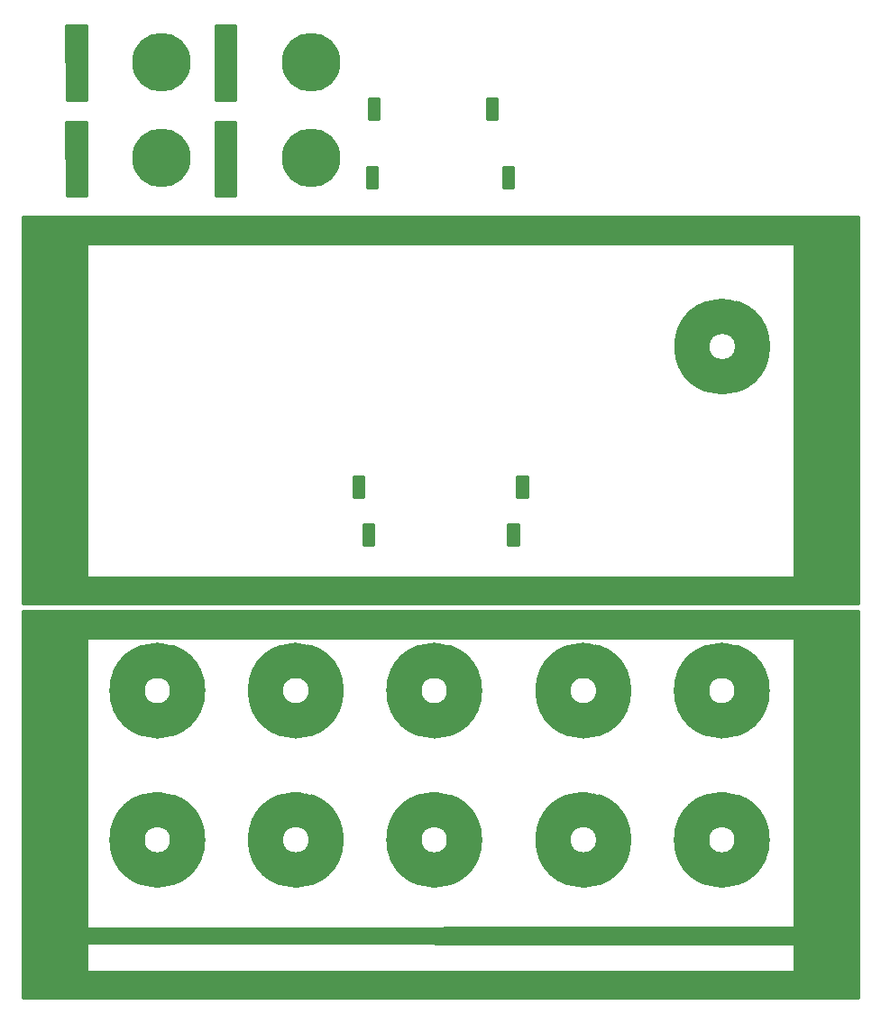
<source format=gts>
%MOIN*%
%OFA0B0*%
%FSLAX46Y46*%
%IPPOS*%
%LPD*%
%ADD10C,0.005905511811023622*%
%ADD11C,0.027559055118110236*%
%ADD12C,0.053149606299212608*%
%ADD13C,0.11811023622047245*%
%ADD14C,0.01*%
%ADD25C,0.005905511811023622*%
%ADD26C,0.027559055118110236*%
%ADD27C,0.053149606299212608*%
%ADD28C,0.11811023622047245*%
%ADD29C,0.01*%
%ADD40C,0.005905511811023622*%
%ADD41C,0.21653543307086615*%
%ADD42C,0.01*%
%ADD53C,0.005905511811023622*%
%ADD54C,0.21653543307086615*%
%ADD55C,0.01*%
%ADD66C,0.005905511811023622*%
%ADD67C,0.21653543307086615*%
%ADD68C,0.01*%
%ADD79C,0.005905511811023622*%
%ADD80C,0.21653543307086615*%
%ADD81C,0.01*%
%ADD92C,0.005905511811023622*%
%ADD93C,0.01*%
%ADD104C,0.005905511811023622*%
%ADD105C,0.01*%
%LPD*%
G01G01G01G01G01G01G01G01*
D10*
D11*
X0002666141Y0000643699D02*
X0002666141Y0000487401D01*
D12*
X0002701967Y0000565748D02*
G75*
G03G03G03G03X0002701967Y0000565748I-0000150787D01X0002701967Y0000565748I-0000150787D01X0002701967Y0000565748I-0000150787D01G03G03X0002701967Y0000565748I-0000150787D01G03G03X0002701967Y0000565748I-0000150787D01X0002701967Y0000565748I-0000150787D01X0002701967Y0000565748I-0000150787D01X0002701967Y0000565748I-0000150787D01*
G01G01G01G01G01G01G01G01*
D13*
X0002655905Y0000565748D02*
G75*
G03G03G03G03X0002655905Y0000565748I-0000104724D01X0002655905Y0000565748I-0000104724D01X0002655905Y0000565748I-0000104724D01G03G03X0002655905Y0000565748I-0000104724D01G03G03X0002655905Y0000565748I-0000104724D01X0002655905Y0000565748I-0000104724D01X0002655905Y0000565748I-0000104724D01X0002655905Y0000565748I-0000104724D01*
G01G01G01G01G01G01G01G01*
D11*
X0002154330Y0000643699D02*
X0002154330Y0000487401D01*
D12*
X0002190157Y0000565748D02*
G75*
G03G03G03G03X0002190157Y0000565748I-0000150787D01X0002190157Y0000565748I-0000150787D01X0002190157Y0000565748I-0000150787D01G03G03X0002190157Y0000565748I-0000150787D01G03G03X0002190157Y0000565748I-0000150787D01X0002190157Y0000565748I-0000150787D01X0002190157Y0000565748I-0000150787D01X0002190157Y0000565748I-0000150787D01*
G01G01G01G01G01G01G01G01*
D13*
X0002144094Y0000565748D02*
G75*
G03G03G03G03X0002144094Y0000565748I-0000104724D01X0002144094Y0000565748I-0000104724D01X0002144094Y0000565748I-0000104724D01G03G03X0002144094Y0000565748I-0000104724D01G03G03X0002144094Y0000565748I-0000104724D01X0002144094Y0000565748I-0000104724D01X0002144094Y0000565748I-0000104724D01X0002144094Y0000565748I-0000104724D01*
G01G01G01G01G01G01G01G01*
D11*
X0002666141Y0001194881D02*
X0002666141Y0001038581D01*
D12*
X0002701967Y0001116929D02*
G75*
G03G03G03G03X0002701967Y0001116929I-0000150787D01X0002701967Y0001116929I-0000150787D01X0002701967Y0001116929I-0000150787D01G03G03X0002701967Y0001116929I-0000150787D01G03G03X0002701967Y0001116929I-0000150787D01X0002701967Y0001116929I-0000150787D01X0002701967Y0001116929I-0000150787D01X0002701967Y0001116929I-0000150787D01*
G01G01G01G01G01G01G01G01*
D13*
X0002655905Y0001116929D02*
G75*
G03G03G03G03X0002655905Y0001116929I-0000104724D01X0002655905Y0001116929I-0000104724D01X0002655905Y0001116929I-0000104724D01G03G03X0002655905Y0001116929I-0000104724D01G03G03X0002655905Y0001116929I-0000104724D01X0002655905Y0001116929I-0000104724D01X0002655905Y0001116929I-0000104724D01X0002655905Y0001116929I-0000104724D01*
G01G01G01G01G01G01G01G01*
D11*
X0002154330Y0001194881D02*
X0002154330Y0001038581D01*
D12*
X0002190157Y0001116929D02*
G75*
G03G03G03G03X0002190157Y0001116929I-0000150787D01X0002190157Y0001116929I-0000150787D01X0002190157Y0001116929I-0000150787D01G03G03X0002190157Y0001116929I-0000150787D01G03G03X0002190157Y0001116929I-0000150787D01X0002190157Y0001116929I-0000150787D01X0002190157Y0001116929I-0000150787D01X0002190157Y0001116929I-0000150787D01*
G01G01G01G01G01G01G01G01*
D13*
X0002144094Y0001116929D02*
G75*
G03G03G03G03X0002144094Y0001116929I-0000104724D01X0002144094Y0001116929I-0000104724D01X0002144094Y0001116929I-0000104724D01G03G03X0002144094Y0001116929I-0000104724D01G03G03X0002144094Y0001116929I-0000104724D01X0002144094Y0001116929I-0000104724D01X0002144094Y0001116929I-0000104724D01X0002144094Y0001116929I-0000104724D01*
G01G01G01G01G01G01G01G01*
D11*
X0001603149Y0000643699D02*
X0001603149Y0000487401D01*
D12*
X0001638976Y0000565748D02*
G75*
G03G03G03G03X0001638976Y0000565748I-0000150787D01X0001638976Y0000565748I-0000150787D01X0001638976Y0000565748I-0000150787D01G03G03X0001638976Y0000565748I-0000150787D01G03G03X0001638976Y0000565748I-0000150787D01X0001638976Y0000565748I-0000150787D01X0001638976Y0000565748I-0000150787D01X0001638976Y0000565748I-0000150787D01*
G01G01G01G01G01G01G01G01*
D13*
X0001592913Y0000565748D02*
G75*
G03G03G03G03X0001592913Y0000565748I-0000104724D01X0001592913Y0000565748I-0000104724D01X0001592913Y0000565748I-0000104724D01G03G03X0001592913Y0000565748I-0000104724D01G03G03X0001592913Y0000565748I-0000104724D01X0001592913Y0000565748I-0000104724D01X0001592913Y0000565748I-0000104724D01X0001592913Y0000565748I-0000104724D01*
G01G01G01G01G01G01G01G01*
D11*
X0001091338Y0000643699D02*
X0001091338Y0000487401D01*
D12*
X0001127165Y0000565748D02*
G75*
G03G03G03G03X0001127165Y0000565748I-0000150787D01X0001127165Y0000565748I-0000150787D01X0001127165Y0000565748I-0000150787D01G03G03X0001127165Y0000565748I-0000150787D01G03G03X0001127165Y0000565748I-0000150787D01X0001127165Y0000565748I-0000150787D01X0001127165Y0000565748I-0000150787D01X0001127165Y0000565748I-0000150787D01*
G01G01G01G01G01G01G01G01*
D13*
X0001081102Y0000565748D02*
G75*
G03G03G03G03X0001081102Y0000565748I-0000104724D01X0001081102Y0000565748I-0000104724D01X0001081102Y0000565748I-0000104724D01G03G03X0001081102Y0000565748I-0000104724D01G03G03X0001081102Y0000565748I-0000104724D01X0001081102Y0000565748I-0000104724D01X0001081102Y0000565748I-0000104724D01X0001081102Y0000565748I-0000104724D01*
G01G01G01G01G01G01G01G01*
D11*
X0000579527Y0000643699D02*
X0000579527Y0000487401D01*
D12*
X0000615354Y0000565748D02*
G75*
G03G03G03G03X0000615354Y0000565748I-0000150787D01X0000615354Y0000565748I-0000150787D01X0000615354Y0000565748I-0000150787D01G03G03X0000615354Y0000565748I-0000150787D01G03G03X0000615354Y0000565748I-0000150787D01X0000615354Y0000565748I-0000150787D01X0000615354Y0000565748I-0000150787D01X0000615354Y0000565748I-0000150787D01*
G01G01G01G01G01G01G01G01*
D13*
X0000569291Y0000565748D02*
G75*
G03G03G03G03X0000569291Y0000565748I-0000104724D01X0000569291Y0000565748I-0000104724D01X0000569291Y0000565748I-0000104724D01G03G03X0000569291Y0000565748I-0000104724D01G03G03X0000569291Y0000565748I-0000104724D01X0000569291Y0000565748I-0000104724D01X0000569291Y0000565748I-0000104724D01X0000569291Y0000565748I-0000104724D01*
G01G01G01G01G01G01G01G01*
D11*
X0001603149Y0001194881D02*
X0001603149Y0001038581D01*
D12*
X0001638976Y0001116929D02*
G75*
G03G03G03G03X0001638976Y0001116929I-0000150787D01X0001638976Y0001116929I-0000150787D01X0001638976Y0001116929I-0000150787D01G03G03X0001638976Y0001116929I-0000150787D01G03G03X0001638976Y0001116929I-0000150787D01X0001638976Y0001116929I-0000150787D01X0001638976Y0001116929I-0000150787D01X0001638976Y0001116929I-0000150787D01*
G01G01G01G01G01G01G01G01*
D13*
X0001592913Y0001116929D02*
G75*
G03G03G03G03X0001592913Y0001116929I-0000104724D01X0001592913Y0001116929I-0000104724D01X0001592913Y0001116929I-0000104724D01G03G03X0001592913Y0001116929I-0000104724D01G03G03X0001592913Y0001116929I-0000104724D01X0001592913Y0001116929I-0000104724D01X0001592913Y0001116929I-0000104724D01X0001592913Y0001116929I-0000104724D01*
G01G01G01G01G01G01G01G01*
D11*
X0001091338Y0001194881D02*
X0001091338Y0001038581D01*
D12*
X0001127165Y0001116929D02*
G75*
G03G03G03G03X0001127165Y0001116929I-0000150787D01X0001127165Y0001116929I-0000150787D01X0001127165Y0001116929I-0000150787D01G03G03X0001127165Y0001116929I-0000150787D01G03G03X0001127165Y0001116929I-0000150787D01X0001127165Y0001116929I-0000150787D01X0001127165Y0001116929I-0000150787D01X0001127165Y0001116929I-0000150787D01*
G01G01G01G01G01G01G01G01*
D13*
X0001081102Y0001116929D02*
G75*
G03G03G03G03X0001081102Y0001116929I-0000104724D01X0001081102Y0001116929I-0000104724D01X0001081102Y0001116929I-0000104724D01G03G03X0001081102Y0001116929I-0000104724D01G03G03X0001081102Y0001116929I-0000104724D01X0001081102Y0001116929I-0000104724D01X0001081102Y0001116929I-0000104724D01X0001081102Y0001116929I-0000104724D01*
G01G01G01G01G01G01G01G01*
D11*
X0000579527Y0001194881D02*
X0000579527Y0001038581D01*
D12*
X0000615354Y0001116929D02*
G75*
G03G03G03G03X0000615354Y0001116929I-0000150787D01X0000615354Y0001116929I-0000150787D01X0000615354Y0001116929I-0000150787D01G03G03X0000615354Y0001116929I-0000150787D01G03G03X0000615354Y0001116929I-0000150787D01X0000615354Y0001116929I-0000150787D01X0000615354Y0001116929I-0000150787D01X0000615354Y0001116929I-0000150787D01*
G01G01G01G01G01G01G01G01*
D13*
X0000569291Y0001116929D02*
G75*
G03G03G03G03X0000569291Y0001116929I-0000104724D01X0000569291Y0001116929I-0000104724D01X0000569291Y0001116929I-0000104724D01G03G03X0000569291Y0001116929I-0000104724D01G03G03X0000569291Y0001116929I-0000104724D01X0000569291Y0001116929I-0000104724D01X0000569291Y0001116929I-0000104724D01X0000569291Y0001116929I-0000104724D01*
G01G01G01G01G01G01G01G01*
D14*
G36*
X0002904520Y0001411142D02*
X0002905950Y0001312477D01*
X0000104518Y0001310908D01*
X0000102727Y0001411534D01*
X0002904520Y0001411142D01*
X0002904520Y0001411142D01*
G37*
X0002904520Y0001411142D02*
X0002905950Y0001312477D01*
X0000104518Y0001310908D01*
X0000102727Y0001411534D01*
X0002904520Y0001411142D01*
G36*
X0002896178Y0000079186D02*
X0002896929Y-0000018231D01*
X0000095495Y-0000019800D01*
X0000094385Y0000079578D01*
X0002896178Y0000079186D01*
X0002896178Y0000079186D01*
G37*
X0002896178Y0000079186D02*
X0002896929Y-0000018231D01*
X0000095495Y-0000019800D01*
X0000094385Y0000079578D01*
X0002896178Y0000079186D01*
G36*
X0003057992Y-0000019803D02*
X0002819960Y-0000019803D01*
X0002819960Y0001411141D01*
X0003057992Y0001411141D01*
X0003057992Y-0000019803D01*
X0003057992Y-0000019803D01*
G37*
X0003057992Y-0000019803D02*
X0002819960Y-0000019803D01*
X0002819960Y0001411141D01*
X0003057992Y0001411141D01*
X0003057992Y-0000019803D01*
G36*
X0000203661Y-0000018498D02*
X-0000034370Y-0000018498D01*
X-0000034370Y0001412446D01*
X0000203661Y0001412446D01*
X0000203661Y-0000018498D01*
X0000203661Y-0000018498D01*
G37*
X0000203661Y-0000018498D02*
X-0000034370Y-0000018498D01*
X-0000034370Y0001412446D01*
X0000203661Y0001412446D01*
X0000203661Y-0000018498D01*
G36*
X0002812584Y0000183346D02*
X0000185285Y0000183739D01*
X0000184951Y0000239882D01*
X0002832341Y0000240274D01*
X0002812584Y0000183346D01*
X0002812584Y0000183346D01*
G37*
X0002812584Y0000183346D02*
X0000185285Y0000183739D01*
X0000184951Y0000239882D01*
X0002832341Y0000240274D01*
X0002812584Y0000183346D01*
G01G01G01G01G01G01G01G01*
D25*
D26*
X0002667519Y0002465913D02*
X0002667519Y0002309614D01*
D27*
X0002703345Y0002387960D02*
G75*
G03G03G03G03X0002703345Y0002387960I-0000150787D01X0002703345Y0002387960I-0000150787D01X0002703345Y0002387960I-0000150787D01G03G03X0002703345Y0002387960I-0000150787D01G03G03X0002703345Y0002387960I-0000150787D01X0002703345Y0002387960I-0000150787D01X0002703345Y0002387960I-0000150787D01X0002703345Y0002387960I-0000150787D01*
G01G01G01G01G01G01G01G01*
D28*
X0002657283Y0002387960D02*
G75*
G03G03G03G03X0002657283Y0002387960I-0000104724D01X0002657283Y0002387960I-0000104724D01X0002657283Y0002387960I-0000104724D01G03G03X0002657283Y0002387960I-0000104724D01G03G03X0002657283Y0002387960I-0000104724D01X0002657283Y0002387960I-0000104724D01X0002657283Y0002387960I-0000104724D01X0002657283Y0002387960I-0000104724D01*
G01G01G01G01G01G01G01G01*
D29*
G36*
X0002904520Y0002867835D02*
X0002905950Y0002769170D01*
X0000104518Y0002767601D01*
X0000102727Y0002868227D01*
X0002904520Y0002867835D01*
X0002904520Y0002867835D01*
G37*
X0002904520Y0002867835D02*
X0002905950Y0002769170D01*
X0000104518Y0002767601D01*
X0000102727Y0002868227D01*
X0002904520Y0002867835D01*
G36*
X0002896178Y0001535879D02*
X0002896929Y0001438461D01*
X0000095495Y0001436892D01*
X0000094385Y0001536271D01*
X0002896178Y0001535879D01*
X0002896178Y0001535879D01*
G37*
X0002896178Y0001535879D02*
X0002896929Y0001438461D01*
X0000095495Y0001436892D01*
X0000094385Y0001536271D01*
X0002896178Y0001535879D01*
G36*
X0003057992Y0001436889D02*
X0002819960Y0001436889D01*
X0002819960Y0002867834D01*
X0003057992Y0002867834D01*
X0003057992Y0001436889D01*
X0003057992Y0001436889D01*
G37*
X0003057992Y0001436889D02*
X0002819960Y0001436889D01*
X0002819960Y0002867834D01*
X0003057992Y0002867834D01*
X0003057992Y0001436889D01*
G36*
X0000203661Y0001438194D02*
X-0000034370Y0001438194D01*
X-0000034370Y0002869139D01*
X0000203661Y0002869139D01*
X0000203661Y0001438194D01*
X0000203661Y0001438194D01*
G37*
X0000203661Y0001438194D02*
X-0000034370Y0001438194D01*
X-0000034370Y0002869139D01*
X0000203661Y0002869139D01*
X0000203661Y0001438194D01*
G36*
X0001262716Y0001654606D02*
X0001225472Y0001654606D01*
X0001225472Y0001731219D01*
X0001262716Y0001731219D01*
X0001262716Y0001654606D01*
X0001262716Y0001654606D01*
G37*
X0001262716Y0001654606D02*
X0001225472Y0001654606D01*
X0001225472Y0001731219D01*
X0001262716Y0001731219D01*
X0001262716Y0001654606D01*
G36*
X0001798149Y0001654606D02*
X0001760905Y0001654606D01*
X0001760905Y0001731219D01*
X0001798149Y0001731219D01*
X0001798149Y0001654606D01*
X0001798149Y0001654606D01*
G37*
X0001798149Y0001654606D02*
X0001760905Y0001654606D01*
X0001760905Y0001731219D01*
X0001798149Y0001731219D01*
X0001798149Y0001654606D01*
G36*
X0001831535Y0001831771D02*
X0001794291Y0001831771D01*
X0001794291Y0001908385D01*
X0001831535Y0001908385D01*
X0001831535Y0001831771D01*
X0001831535Y0001831771D01*
G37*
X0001831535Y0001831771D02*
X0001794291Y0001831771D01*
X0001794291Y0001908385D01*
X0001831535Y0001908385D01*
X0001831535Y0001831771D01*
G36*
X0001225587Y0001831771D02*
X0001188343Y0001831771D01*
X0001188343Y0001908385D01*
X0001225587Y0001908385D01*
X0001225587Y0001831771D01*
X0001225587Y0001831771D01*
G37*
X0001225587Y0001831771D02*
X0001188343Y0001831771D01*
X0001188343Y0001908385D01*
X0001225587Y0001908385D01*
X0001225587Y0001831771D01*
G01G01G01G01G01G01G01G01*
D40*
D41*
X0000118110Y0003228346D02*
X0000480708Y0003083464D03*
D42*
G36*
X0000203119Y0002944131D02*
X0000128080Y0002944131D01*
X0000127318Y0003219959D01*
X0000202359Y0003219959D01*
X0000203119Y0002944131D01*
X0000203119Y0002944131D01*
G37*
X0000203119Y0002944131D02*
X0000128080Y0002944131D01*
X0000127318Y0003219959D01*
X0000202359Y0003219959D01*
X0000203119Y0002944131D01*
G01G01G01G01G01G01G01G01*
D53*
D54*
X0000118110Y0003582677D02*
X0000480708Y0003437795D03*
D55*
G36*
X0000203119Y0003298463D02*
X0000128080Y0003298463D01*
X0000127318Y0003574290D01*
X0000202359Y0003574290D01*
X0000203119Y0003298463D01*
X0000203119Y0003298463D01*
G37*
X0000203119Y0003298463D02*
X0000128080Y0003298463D01*
X0000127318Y0003574290D01*
X0000202359Y0003574290D01*
X0000203119Y0003298463D01*
G04 next file*
G01G01G01G01G01G01G01G01*
D66*
D67*
X0000669291Y0003228346D02*
X0001031889Y0003083464D03*
D68*
G36*
X0000754300Y0002944131D02*
X0000679261Y0002944131D01*
X0000678501Y0003219959D01*
X0000753540Y0003219959D01*
X0000754300Y0002944131D01*
X0000754300Y0002944131D01*
G37*
X0000754300Y0002944131D02*
X0000679261Y0002944131D01*
X0000678501Y0003219959D01*
X0000753540Y0003219959D01*
X0000754300Y0002944131D01*
G01G01G01G01G01G01G01G01*
D79*
D80*
X0000669291Y0003582677D02*
X0001031889Y0003437795D03*
D81*
G36*
X0000754300Y0003298463D02*
X0000679261Y0003298463D01*
X0000678501Y0003574290D01*
X0000753540Y0003574290D01*
X0000754300Y0003298463D01*
X0000754300Y0003298463D01*
G37*
X0000754300Y0003298463D02*
X0000679261Y0003298463D01*
X0000678501Y0003574290D01*
X0000753540Y0003574290D01*
X0000754300Y0003298463D01*
G04 next file*
G01G01G01G01G01G01G01G01*
D92*
D93*
G36*
X0001276496Y0002973503D02*
X0001239251Y0002973503D01*
X0001239251Y0003050118D01*
X0001276496Y0003050118D01*
X0001276496Y0002973503D01*
X0001276496Y0002973503D01*
G37*
X0001276496Y0002973503D02*
X0001239251Y0002973503D01*
X0001239251Y0003050118D01*
X0001276496Y0003050118D01*
X0001276496Y0002973503D01*
G36*
X0001780433Y0002973503D02*
X0001743188Y0002973503D01*
X0001743188Y0003050118D01*
X0001780433Y0003050118D01*
X0001780433Y0002973503D01*
X0001780433Y0002973503D01*
G37*
X0001780433Y0002973503D02*
X0001743188Y0002973503D01*
X0001743188Y0003050118D01*
X0001780433Y0003050118D01*
X0001780433Y0002973503D01*
G04 next file*
G04 #@! TF.FileFunction,Soldermask,Top*
G04 Gerber Fmt 4.6, Leading zero omitted, Abs format (unit mm)*
G04 Created by KiCad (PCBNEW (2016-07-22 BZR 6991, Git 146a78a)-product) date 08/19/16 17:37:13*
G01G01G01G01G01G01G01G01*
G04 APERTURE LIST*
G04 APERTURE END LIST*
D104*
D105*
G36*
X0001247125Y0003304055D02*
X0001284368Y0003304055D01*
X0001284368Y0003227440D01*
X0001247125Y0003227440D01*
X0001247125Y0003304055D01*
X0001247125Y0003304055D01*
G37*
X0001247125Y0003304055D02*
X0001284368Y0003304055D01*
X0001284368Y0003227440D01*
X0001247125Y0003227440D01*
X0001247125Y0003304055D01*
G36*
X0001682165Y0003304055D02*
X0001719409Y0003304055D01*
X0001719409Y0003227440D01*
X0001682165Y0003227440D01*
X0001682165Y0003304055D01*
X0001682165Y0003304055D01*
G37*
X0001682165Y0003304055D02*
X0001719409Y0003304055D01*
X0001719409Y0003227440D01*
X0001682165Y0003227440D01*
X0001682165Y0003304055D01*
M02*
</source>
